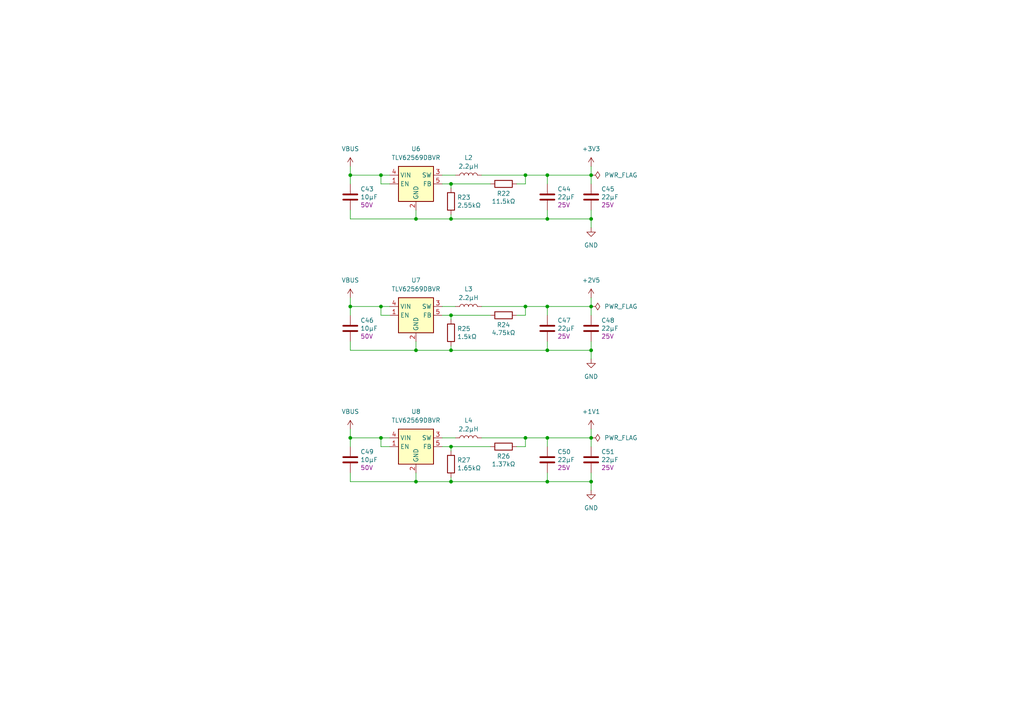
<source format=kicad_sch>
(kicad_sch (version 20250114) (generator "eeschema") (generator_version "9.0")
  (paper "A4")
  (title_block (title "Clavier - Power supplies") (date "2025-06-01") (rev "1.0") (company "Copyright (c) 2025 L. Sartory") (comment 1 "SPDX-License-Identifier: CERN-OHL-P-2.0"))
  (lib_symbols
    (symbol "Device:C" (pin_numbers (hide yes)) (pin_names (offset 0.254))
      (property "Reference" "C" (at 0.635 2.54 0))
      (property "Value" "C" (at 0.635 -2.54 0))
      (symbol "C_0_1"
        (polyline (pts (xy -2.032 0.762) (xy 2.032 0.762)) (stroke (width 0.508)))
        (polyline (pts (xy -2.032 -0.762) (xy 2.032 -0.762)) (stroke (width 0.508)))
      )
      (symbol "C_1_1"
        (pin passive line (at 0 3.81 270) (length 2.794) (name "~") (number "1"))
        (pin passive line (at 0 -3.81 90) (length 2.794) (name "~") (number "2"))
      )
    )
    (symbol "Device:L" (pin_numbers (hide yes)) (pin_names (offset 1.016) (hide yes))
      (property "Reference" "L" (at -1.27 0 90))
      (property "Value" "L" (at 1.905 0 90))
      (symbol "L_0_1"
        (arc (start 0 2.54) (mid 0.6323 1.905) (end 0 1.27))
        (arc (start 0 1.27) (mid 0.6323 0.635) (end 0 0))
        (arc (start 0 0) (mid 0.6323 -0.635) (end 0 -1.27))
        (arc (start 0 -1.27) (mid 0.6323 -1.905) (end 0 -2.54))
      )
      (symbol "L_1_1"
        (pin passive line (at 0 3.81 270) (length 1.27) (name "1") (number "1"))
        (pin passive line (at 0 -3.81 90) (length 1.27) (name "2") (number "2"))
      )
    )
    (symbol "Device:R" (pin_numbers (hide yes)) (pin_names (offset 0))
      (property "Reference" "R" (at 2.032 0 90))
      (property "Value" "R" (at 0 0 90))
      (symbol "R_0_1"
        (rectangle (start -1.016 -2.54) (end 1.016 2.54) (stroke (width 0.254)))
      )
      (symbol "R_1_1"
        (pin passive line (at 0 3.81 270) (length 1.27) (name "~") (number "1"))
        (pin passive line (at 0 -3.81 90) (length 1.27) (name "~") (number "2"))
      )
    )
    (symbol "Regulator_Switching:TLV62569DBV"
      (property "Reference" "U" (at -5.08 6.35 0))
      (property "Value" "TLV62569DBV" (at 0 6.35 0))
      (symbol "TLV62569DBV_0_1"
        (rectangle (start -5.08 5.08) (end 5.08 -5.08) (stroke (width 0.254)) (fill (type background)))
      )
      (symbol "TLV62569DBV_1_1"
        (pin power_in line (at -7.62 2.54 0) (length 2.54) (name "VIN") (number "4"))
        (pin input line (at -7.62 0 0) (length 2.54) (name "EN") (number "1"))
        (pin power_in line (at 0 -7.62 90) (length 2.54) (name "GND") (number "2"))
        (pin power_out line (at 7.62 2.54 180) (length 2.54) (name "SW") (number "3"))
        (pin input line (at 7.62 0 180) (length 2.54) (name "FB") (number "5"))
      )
    )
    (symbol "power:+1V1" (power) (pin_numbers (hide yes)) (pin_names (offset 0) (hide yes))
      (property "Value" "+1V1" (at 0 3.556 0))
      (symbol "+1V1_0_1"
        (polyline (pts (xy -0.762 1.27) (xy 0 2.54)))
        (polyline (pts (xy 0 2.54) (xy 0.762 1.27)))
        (polyline (pts (xy 0 0) (xy 0 2.54)))
      )
      (symbol "+1V1_1_1"
        (pin power_in line (at 0 0 90) (length 0) (name "~") (number "1"))
      )
    )
    (symbol "power:+2V5" (power) (pin_numbers (hide yes)) (pin_names (offset 0) (hide yes))
      (property "Value" "+2V5" (at 0 3.556 0))
      (symbol "+2V5_0_1"
        (polyline (pts (xy -0.762 1.27) (xy 0 2.54)))
        (polyline (pts (xy 0 2.54) (xy 0.762 1.27)))
        (polyline (pts (xy 0 0) (xy 0 2.54)))
      )
      (symbol "+2V5_1_1"
        (pin power_in line (at 0 0 90) (length 0) (name "~") (number "1"))
      )
    )
    (symbol "power:+3V3" (power) (pin_numbers (hide yes)) (pin_names (offset 0) (hide yes))
      (property "Value" "+3V3" (at 0 3.556 0))
      (symbol "+3V3_0_1"
        (polyline (pts (xy -0.762 1.27) (xy 0 2.54)))
        (polyline (pts (xy 0 2.54) (xy 0.762 1.27)))
        (polyline (pts (xy 0 0) (xy 0 2.54)))
      )
      (symbol "+3V3_1_1"
        (pin power_in line (at 0 0 90) (length 0) (name "~") (number "1"))
      )
    )
    (symbol "power:GND" (power) (pin_numbers (hide yes)) (pin_names (offset 0) (hide yes))
      (property "Value" "GND" (at 0 -3.81 0))
      (symbol "GND_0_1"
        (polyline (pts (xy 0 0) (xy 0 -1.27) (xy 1.27 -1.27) (xy 0 -2.54) (xy -1.27 -1.27) (xy 0 -1.27)))
      )
      (symbol "GND_1_1"
        (pin power_in line (at 0 0 270) (length 0) (name "~") (number "1"))
      )
    )
    (symbol "power:PWR_FLAG" (power) (pin_numbers (hide yes)) (pin_names (offset 0) (hide yes))
      (property "Value" "PWR_FLAG" (at 0 3.81 0))
      (symbol "PWR_FLAG_0_0"
        (pin power_out line (at 0 0 90) (length 0) (name "~") (number "1"))
      )
      (symbol "PWR_FLAG_0_1"
        (polyline (pts (xy 0 0) (xy 0 1.27) (xy -1.016 1.905) (xy 0 2.54) (xy 1.016 1.905) (xy 0 1.27)))
      )
    )
    (symbol "power:VBUS" (power) (pin_numbers (hide yes)) (pin_names (offset 0) (hide yes))
      (property "Value" "VBUS" (at 0 3.556 0))
      (symbol "VBUS_0_1"
        (polyline (pts (xy -0.762 1.27) (xy 0 2.54)))
        (polyline (pts (xy 0 2.54) (xy 0.762 1.27)))
        (polyline (pts (xy 0 0) (xy 0 2.54)))
      )
      (symbol "VBUS_1_1"
        (pin power_in line (at 0 0 90) (length 0) (name "~") (number "1"))
      )
    )
  )
  (junction (at 120.65 101.6))
  (junction (at 158.75 88.9))
  (junction (at 152.4 127))
  (junction (at 158.75 63.5))
  (junction (at 130.81 91.44))
  (junction (at 158.75 101.6))
  (junction (at 152.4 50.8))
  (junction (at 130.81 63.5))
  (junction (at 130.81 53.34))
  (junction (at 152.4 88.9))
  (junction (at 110.49 127))
  (junction (at 171.45 63.5))
  (junction (at 158.75 50.8))
  (junction (at 130.81 139.7))
  (junction (at 171.45 88.9))
  (junction (at 171.45 127))
  (junction (at 110.49 50.8))
  (junction (at 110.49 88.9))
  (junction (at 171.45 139.7))
  (junction (at 120.65 63.5))
  (junction (at 158.75 127))
  (junction (at 101.6 127))
  (junction (at 130.81 101.6))
  (junction (at 158.75 139.7))
  (junction (at 130.81 129.54))
  (junction (at 101.6 50.8))
  (junction (at 101.6 88.9))
  (junction (at 171.45 50.8))
  (junction (at 171.45 101.6))
  (junction (at 120.65 139.7))
  (wire (pts (xy 130.81 129.54) (xy 130.81 130.81)))
  (wire (pts (xy 128.27 50.8) (xy 132.08 50.8)))
  (wire (pts (xy 130.81 129.54) (xy 142.24 129.54)))
  (wire (pts (xy 101.6 99.06) (xy 101.6 101.6)))
  (wire (pts (xy 158.75 88.9) (xy 171.45 88.9)))
  (wire (pts (xy 120.65 101.6) (xy 130.81 101.6)))
  (wire (pts (xy 130.81 91.44) (xy 130.81 92.71)))
  (wire (pts (xy 171.45 88.9) (xy 171.45 91.44)))
  (wire (pts (xy 158.75 137.16) (xy 158.75 139.7)))
  (wire (pts (xy 110.49 91.44) (xy 110.49 88.9)))
  (wire (pts (xy 158.75 60.96) (xy 158.75 63.5)))
  (wire (pts (xy 149.86 129.54) (xy 152.4 129.54)))
  (wire (pts (xy 152.4 53.34) (xy 152.4 50.8)))
  (wire (pts (xy 152.4 88.9) (xy 158.75 88.9)))
  (wire (pts (xy 130.81 62.23) (xy 130.81 63.5)))
  (wire (pts (xy 101.6 137.16) (xy 101.6 139.7)))
  (wire (pts (xy 120.65 137.16) (xy 120.65 139.7)))
  (wire (pts (xy 171.45 137.16) (xy 171.45 139.7)))
  (wire (pts (xy 120.65 60.96) (xy 120.65 63.5)))
  (wire (pts (xy 113.03 129.54) (xy 110.49 129.54)))
  (wire (pts (xy 113.03 53.34) (xy 110.49 53.34)))
  (wire (pts (xy 120.65 63.5) (xy 130.81 63.5)))
  (wire (pts (xy 171.45 127) (xy 171.45 129.54)))
  (wire (pts (xy 152.4 129.54) (xy 152.4 127)))
  (wire (pts (xy 171.45 48.26) (xy 171.45 50.8)))
  (wire (pts (xy 130.81 101.6) (xy 158.75 101.6)))
  (wire (pts (xy 120.65 99.06) (xy 120.65 101.6)))
  (wire (pts (xy 120.65 139.7) (xy 130.81 139.7)))
  (wire (pts (xy 171.45 50.8) (xy 171.45 53.34)))
  (wire (pts (xy 130.81 139.7) (xy 158.75 139.7)))
  (wire (pts (xy 171.45 60.96) (xy 171.45 63.5)))
  (wire (pts (xy 158.75 50.8) (xy 158.75 53.34)))
  (wire (pts (xy 101.6 101.6) (xy 120.65 101.6)))
  (wire (pts (xy 149.86 53.34) (xy 152.4 53.34)))
  (wire (pts (xy 101.6 60.96) (xy 101.6 63.5)))
  (wire (pts (xy 101.6 48.26) (xy 101.6 50.8)))
  (wire (pts (xy 101.6 50.8) (xy 110.49 50.8)))
  (wire (pts (xy 152.4 50.8) (xy 158.75 50.8)))
  (wire (pts (xy 128.27 88.9) (xy 132.08 88.9)))
  (wire (pts (xy 158.75 139.7) (xy 171.45 139.7)))
  (wire (pts (xy 110.49 127) (xy 113.03 127)))
  (wire (pts (xy 128.27 91.44) (xy 130.81 91.44)))
  (wire (pts (xy 130.81 53.34) (xy 142.24 53.34)))
  (wire (pts (xy 110.49 53.34) (xy 110.49 50.8)))
  (wire (pts (xy 158.75 63.5) (xy 171.45 63.5)))
  (wire (pts (xy 128.27 53.34) (xy 130.81 53.34)))
  (wire (pts (xy 171.45 124.46) (xy 171.45 127)))
  (wire (pts (xy 158.75 99.06) (xy 158.75 101.6)))
  (wire (pts (xy 130.81 63.5) (xy 158.75 63.5)))
  (wire (pts (xy 130.81 91.44) (xy 142.24 91.44)))
  (wire (pts (xy 130.81 138.43) (xy 130.81 139.7)))
  (wire (pts (xy 101.6 127) (xy 101.6 129.54)))
  (wire (pts (xy 128.27 129.54) (xy 130.81 129.54)))
  (wire (pts (xy 171.45 63.5) (xy 171.45 66.04)))
  (wire (pts (xy 101.6 88.9) (xy 110.49 88.9)))
  (wire (pts (xy 158.75 127) (xy 171.45 127)))
  (wire (pts (xy 110.49 88.9) (xy 113.03 88.9)))
  (wire (pts (xy 101.6 139.7) (xy 120.65 139.7)))
  (wire (pts (xy 158.75 50.8) (xy 171.45 50.8)))
  (wire (pts (xy 101.6 127) (xy 110.49 127)))
  (wire (pts (xy 171.45 86.36) (xy 171.45 88.9)))
  (wire (pts (xy 101.6 63.5) (xy 120.65 63.5)))
  (wire (pts (xy 110.49 50.8) (xy 113.03 50.8)))
  (wire (pts (xy 158.75 101.6) (xy 171.45 101.6)))
  (wire (pts (xy 101.6 88.9) (xy 101.6 91.44)))
  (wire (pts (xy 130.81 100.33) (xy 130.81 101.6)))
  (wire (pts (xy 101.6 86.36) (xy 101.6 88.9)))
  (wire (pts (xy 139.7 50.8) (xy 152.4 50.8)))
  (wire (pts (xy 101.6 124.46) (xy 101.6 127)))
  (wire (pts (xy 130.81 53.34) (xy 130.81 54.61)))
  (wire (pts (xy 158.75 127) (xy 158.75 129.54)))
  (wire (pts (xy 113.03 91.44) (xy 110.49 91.44)))
  (wire (pts (xy 101.6 50.8) (xy 101.6 53.34)))
  (wire (pts (xy 139.7 127) (xy 152.4 127)))
  (wire (pts (xy 152.4 127) (xy 158.75 127)))
  (wire (pts (xy 110.49 129.54) (xy 110.49 127)))
  (wire (pts (xy 171.45 101.6) (xy 171.45 104.14)))
  (wire (pts (xy 171.45 99.06) (xy 171.45 101.6)))
  (wire (pts (xy 149.86 91.44) (xy 152.4 91.44)))
  (wire (pts (xy 128.27 127) (xy 132.08 127)))
  (wire (pts (xy 139.7 88.9) (xy 152.4 88.9)))
  (wire (pts (xy 152.4 91.44) (xy 152.4 88.9)))
  (wire (pts (xy 171.45 139.7) (xy 171.45 142.24)))
  (wire (pts (xy 158.75 88.9) (xy 158.75 91.44)))
  (symbol (lib_id "Device:L") (at 135.89 127 90) (unit 1)
    (property "Reference" "L4" (at 135.89 121.92 90))
    (property "Value" "2.2µH" (at 135.89 124.46 90))
    (property "Footprint" "Inductor_SMD:L_1210_3225Metric" (effects (hide yes)))
    (property "Datasheet" "https://www.lcsc.com/datasheet/lcsc_datasheet_2409272301_Murata-Electronics-DFE322520FD-2R2M-P2_C2045365.pdf" (effects (hide yes)))
    (property "Description" "Inductor" (effects (hide yes)))
    (property "LCSC" "C2045365" (effects (hide yes)))
    (property "Part_number" "DFE322520FD-2R2M=P2" (effects (hide yes)))
  )
  (symbol (lib_id "power:GND") (at 171.45 104.14 0) (unit 1)
    (property "Reference" "#PWR074" (effects (hide yes)))
    (property "Value" "GND" (at 171.45 109.22 0))
    (property "Description" "Power symbol creates a global label with name \"GND\" , ground" (effects (hide yes)))
  )
  (symbol (lib_id "Regulator_Switching:TLV62569DBV") (at 120.65 53.34 0) (unit 1)
    (property "Reference" "U6" (at 120.65 43.18 0))
    (property "Value" "TLV62569DBVR" (at 120.65 45.72 0))
    (property "Footprint" "Package_TO_SOT_SMD:SOT-23-5" (effects (hide yes)))
    (property "Datasheet" "http://www.ti.com/lit/ds/symlink/tlv62569.pdf" (effects (hide yes)))
    (property "Description" "High Efficiency Synchronous Buck Converter, Adjustable Output 0.6V-5.5V, 2A, SOT-23-5" (effects (hide yes)))
    (property "LCSC" "C141836" (effects (hide yes)))
    (property "Part_number" "TLV62569DBVR" (effects (hide yes)))
  )
  (symbol (lib_id "power:GND") (at 171.45 66.04 0) (unit 1)
    (property "Reference" "#PWR071" (effects (hide yes)))
    (property "Value" "GND" (at 171.45 71.12 0))
    (property "Description" "Power symbol creates a global label with name \"GND\" , ground" (effects (hide yes)))
  )
  (symbol (lib_id "Device:R") (at 146.05 53.34 270) (unit 1)
    (property "Reference" "R22" (at 146.05 56.134 90))
    (property "Value" "11.5kΩ" (at 146.05 58.42 90))
    (property "Footprint" "Resistor_SMD:R_0402_1005Metric_Pad0.72x0.64mm_HandSolder" (effects (hide yes)))
    (property "Datasheet" "https://www.lcsc.com/datasheet/lcsc_datasheet_2304140030_YAGEO-RC0402FR-0711K5L_C295874.pdf" (effects (hide yes)))
    (property "Part_number" "RC0402FR-0711K5L" (effects (hide yes)))
    (property "LCSC" "C295874" (effects (hide yes)))
  )
  (symbol (lib_id "Regulator_Switching:TLV62569DBV") (at 120.65 91.44 0) (unit 1)
    (property "Reference" "U7" (at 120.65 81.28 0))
    (property "Value" "TLV62569DBVR" (at 120.65 83.82 0))
    (property "Footprint" "Package_TO_SOT_SMD:SOT-23-5" (effects (hide yes)))
    (property "Datasheet" "http://www.ti.com/lit/ds/symlink/tlv62569.pdf" (effects (hide yes)))
    (property "Description" "High Efficiency Synchronous Buck Converter, Adjustable Output 0.6V-5.5V, 2A, SOT-23-5" (effects (hide yes)))
    (property "LCSC" "C141836" (effects (hide yes)))
    (property "Part_number" "TLV62569DBVR" (effects (hide yes)))
  )
  (symbol (lib_id "Device:C") (at 171.45 57.15 0) (unit 1)
    (property "Reference" "C45" (at 174.371 54.8386 0) (effects (justify left)))
    (property "Value" "22µF" (at 174.371 57.15 0) (effects (justify left)))
    (property "Footprint" "Capacitor_SMD:C_0805_2012Metric" (effects (hide yes)))
    (property "Datasheet" "https://www.lcsc.com/datasheet/lcsc_datasheet_2410121552_Murata-Electronics-GRM21BR61E226ME44L_C86816.pdf" (effects (hide yes)))
    (property "Voltage" "25V" (at 174.371 59.4614 0) (effects (justify left)))
    (property "Part_number" "GRM21BR61E226ME44L" (effects (hide yes)))
    (property "LCSC" "C86816" (effects (hide yes)))
  )
  (symbol (lib_id "power:PWR_FLAG") (at 171.45 127 270) (unit 1)
    (property "Reference" "#FLG07" (effects (hide yes)))
    (property "Value" "PWR_FLAG" (at 175.26 126.9999 90) (effects (justify left)))
    (property "Description" "Special symbol for telling ERC where power comes from" (effects (hide yes)))
  )
  (symbol (lib_id "Regulator_Switching:TLV62569DBV") (at 120.65 129.54 0) (unit 1)
    (property "Reference" "U8" (at 120.65 119.38 0))
    (property "Value" "TLV62569DBVR" (at 120.65 121.92 0))
    (property "Footprint" "Package_TO_SOT_SMD:SOT-23-5" (effects (hide yes)))
    (property "Datasheet" "http://www.ti.com/lit/ds/symlink/tlv62569.pdf" (effects (hide yes)))
    (property "Description" "High Efficiency Synchronous Buck Converter, Adjustable Output 0.6V-5.5V, 2A, SOT-23-5" (effects (hide yes)))
    (property "LCSC" "C141836" (effects (hide yes)))
    (property "Part_number" "TLV62569DBVR" (effects (hide yes)))
  )
  (symbol (lib_id "Device:C") (at 158.75 95.25 0) (unit 1)
    (property "Reference" "C47" (at 161.671 92.9386 0) (effects (justify left)))
    (property "Value" "22µF" (at 161.671 95.25 0) (effects (justify left)))
    (property "Footprint" "Capacitor_SMD:C_0805_2012Metric" (effects (hide yes)))
    (property "Datasheet" "https://www.lcsc.com/datasheet/lcsc_datasheet_2410121552_Murata-Electronics-GRM21BR61E226ME44L_C86816.pdf" (effects (hide yes)))
    (property "Voltage" "25V" (at 161.671 97.5614 0) (effects (justify left)))
    (property "Part_number" "GRM21BR61E226ME44L" (effects (hide yes)))
    (property "LCSC" "C86816" (effects (hide yes)))
  )
  (symbol (lib_id "power:VBUS") (at 101.6 124.46 0) (unit 1)
    (property "Reference" "#PWR075" (effects (hide yes)))
    (property "Value" "VBUS" (at 101.6 119.38 0))
    (property "Description" "Power symbol creates a global label with name \"VBUS\"" (effects (hide yes)))
  )
  (symbol (lib_id "Device:C") (at 101.6 57.15 0) (unit 1)
    (property "Reference" "C43" (at 104.521 54.8386 0) (effects (justify left)))
    (property "Value" "10µF" (at 104.521 57.15 0) (effects (justify left)))
    (property "Footprint" "Capacitor_SMD:C_0805_2012Metric" (effects (hide yes)))
    (property "Datasheet" "https://www.lcsc.com/datasheet/lcsc_datasheet_2411041759_Murata-Electronics-GRM21BR61H106KE43L_C440198.pdf" (effects (hide yes)))
    (property "Voltage" "50V" (at 104.521 59.4614 0) (effects (justify left)))
    (property "Part_number" "GRM21BR61H106KE43L" (effects (hide yes)))
    (property "LCSC" "C440198" (effects (hide yes)))
  )
  (symbol (lib_id "power:GND") (at 171.45 142.24 0) (unit 1)
    (property "Reference" "#PWR077" (effects (hide yes)))
    (property "Value" "GND" (at 171.45 147.32 0))
    (property "Description" "Power symbol creates a global label with name \"GND\" , ground" (effects (hide yes)))
  )
  (symbol (lib_id "power:VBUS") (at 101.6 48.26 0) (unit 1)
    (property "Reference" "#PWR069" (effects (hide yes)))
    (property "Value" "VBUS" (at 101.6 43.18 0))
    (property "Description" "Power symbol creates a global label with name \"VBUS\"" (effects (hide yes)))
  )
  (symbol (lib_id "Device:R") (at 146.05 91.44 270) (unit 1)
    (property "Reference" "R24" (at 146.05 94.234 90))
    (property "Value" "4.75kΩ" (at 146.05 96.52 90))
    (property "Footprint" "Resistor_SMD:R_0402_1005Metric_Pad0.72x0.64mm_HandSolder" (effects (hide yes)))
    (property "Datasheet" "https://www.lcsc.com/datasheet/lcsc_datasheet_2304140030_YAGEO-RC0402FR-074K75L_C137966.pdf" (effects (hide yes)))
    (property "Part_number" "RC0402FR-074K75L" (effects (hide yes)))
    (property "LCSC" "C137966" (effects (hide yes)))
  )
  (symbol (lib_id "Device:R") (at 146.05 129.54 270) (unit 1)
    (property "Reference" "R26" (at 146.05 132.334 90))
    (property "Value" "1.37kΩ" (at 146.05 134.62 90))
    (property "Footprint" "Resistor_SMD:R_0402_1005Metric_Pad0.72x0.64mm_HandSolder" (effects (hide yes)))
    (property "Datasheet" "https://www.lcsc.com/datasheet/lcsc_datasheet_2409292104_YAGEO-RT0402CRE071K37L_C705664.pdf" (effects (hide yes)))
    (property "Part_number" "RT0402CRE071K37L" (effects (hide yes)))
    (property "LCSC" "C705664" (effects (hide yes)))
  )
  (symbol (lib_id "power:VBUS") (at 101.6 86.36 0) (unit 1)
    (property "Reference" "#PWR072" (effects (hide yes)))
    (property "Value" "VBUS" (at 101.6 81.28 0))
    (property "Description" "Power symbol creates a global label with name \"VBUS\"" (effects (hide yes)))
  )
  (symbol (lib_id "Device:R") (at 130.81 96.52 0) (unit 1)
    (property "Reference" "R25" (at 132.588 95.3516 0) (effects (justify left)))
    (property "Value" "1.5kΩ" (at 132.588 97.663 0) (effects (justify left)))
    (property "Footprint" "Resistor_SMD:R_0402_1005Metric_Pad0.72x0.64mm_HandSolder" (effects (hide yes)))
    (property "Datasheet" "https://www.lcsc.com/datasheet/lcsc_datasheet_2304140030_YAGEO-RC0402FR-071K5L_C114759.pdf" (effects (hide yes)))
    (property "Part_number" "RC0402FR-071K5L" (effects (hide yes)))
    (property "LCSC" "C114759" (effects (hide yes)))
  )
  (symbol (lib_id "power:PWR_FLAG") (at 171.45 88.9 270) (unit 1)
    (property "Reference" "#FLG06" (effects (hide yes)))
    (property "Value" "PWR_FLAG" (at 175.26 88.8999 90) (effects (justify left)))
    (property "Description" "Special symbol for telling ERC where power comes from" (effects (hide yes)))
  )
  (symbol (lib_id "Device:C") (at 171.45 133.35 0) (unit 1)
    (property "Reference" "C51" (at 174.371 131.0386 0) (effects (justify left)))
    (property "Value" "22µF" (at 174.371 133.35 0) (effects (justify left)))
    (property "Footprint" "Capacitor_SMD:C_0805_2012Metric" (effects (hide yes)))
    (property "Datasheet" "https://www.lcsc.com/datasheet/lcsc_datasheet_2410121552_Murata-Electronics-GRM21BR61E226ME44L_C86816.pdf" (effects (hide yes)))
    (property "Voltage" "25V" (at 174.371 135.6614 0) (effects (justify left)))
    (property "Part_number" "GRM21BR61E226ME44L" (effects (hide yes)))
    (property "LCSC" "C86816" (effects (hide yes)))
  )
  (symbol (lib_id "power:+3V3") (at 171.45 48.26 0) (mirror y) (unit 1)
    (property "Reference" "#PWR070" (effects (hide yes)))
    (property "Value" "+3V3" (at 171.45 43.18 0))
    (property "Description" "Power symbol creates a global label with name \"+3V3\"" (effects (hide yes)))
  )
  (symbol (lib_id "Device:C") (at 158.75 133.35 0) (unit 1)
    (property "Reference" "C50" (at 161.671 131.0386 0) (effects (justify left)))
    (property "Value" "22µF" (at 161.671 133.35 0) (effects (justify left)))
    (property "Footprint" "Capacitor_SMD:C_0805_2012Metric" (effects (hide yes)))
    (property "Datasheet" "https://www.lcsc.com/datasheet/lcsc_datasheet_2410121552_Murata-Electronics-GRM21BR61E226ME44L_C86816.pdf" (effects (hide yes)))
    (property "Voltage" "25V" (at 161.671 135.6614 0) (effects (justify left)))
    (property "Part_number" "GRM21BR61E226ME44L" (effects (hide yes)))
    (property "LCSC" "C86816" (effects (hide yes)))
  )
  (symbol (lib_id "Device:L") (at 135.89 50.8 90) (unit 1)
    (property "Reference" "L2" (at 135.89 45.72 90))
    (property "Value" "2.2µH" (at 135.89 48.26 90))
    (property "Footprint" "Inductor_SMD:L_1210_3225Metric" (effects (hide yes)))
    (property "Datasheet" "https://www.lcsc.com/datasheet/lcsc_datasheet_2409272301_Murata-Electronics-DFE322520FD-2R2M-P2_C2045365.pdf" (effects (hide yes)))
    (property "Description" "Inductor" (effects (hide yes)))
    (property "LCSC" "C2045365" (effects (hide yes)))
    (property "Part_number" "DFE322520FD-2R2M=P2" (effects (hide yes)))
  )
  (symbol (lib_id "power:+1V1") (at 171.45 124.46 0) (unit 1)
    (property "Reference" "#PWR076" (effects (hide yes)))
    (property "Value" "+1V1" (at 171.45 119.38 0))
    (property "Description" "Power symbol creates a global label with name \"+1V1\"" (effects (hide yes)))
  )
  (symbol (lib_id "Device:C") (at 158.75 57.15 0) (unit 1)
    (property "Reference" "C44" (at 161.671 54.8386 0) (effects (justify left)))
    (property "Value" "22µF" (at 161.671 57.15 0) (effects (justify left)))
    (property "Footprint" "Capacitor_SMD:C_0805_2012Metric" (effects (hide yes)))
    (property "Datasheet" "https://www.lcsc.com/datasheet/lcsc_datasheet_2410121552_Murata-Electronics-GRM21BR61E226ME44L_C86816.pdf" (effects (hide yes)))
    (property "Voltage" "25V" (at 161.671 59.4614 0) (effects (justify left)))
    (property "Part_number" "GRM21BR61E226ME44L" (effects (hide yes)))
    (property "LCSC" "C86816" (effects (hide yes)))
  )
  (symbol (lib_id "Device:R") (at 130.81 134.62 0) (unit 1)
    (property "Reference" "R27" (at 132.588 133.4516 0) (effects (justify left)))
    (property "Value" "1.65kΩ" (at 132.588 135.763 0) (effects (justify left)))
    (property "Footprint" "Resistor_SMD:R_0402_1005Metric_Pad0.72x0.64mm_HandSolder" (effects (hide yes)))
    (property "Datasheet" "https://www.lcsc.com/datasheet/lcsc_datasheet_2210190401_YAGEO-RT0402BRD071K65L_C852615.pdf" (effects (hide yes)))
    (property "Part_number" "RT0402BRD071K65L" (effects (hide yes)))
    (property "LCSC" "C852615" (effects (hide yes)))
  )
  (symbol (lib_id "Device:R") (at 130.81 58.42 0) (unit 1)
    (property "Reference" "R23" (at 132.588 57.2516 0) (effects (justify left)))
    (property "Value" "2.55kΩ" (at 132.588 59.563 0) (effects (justify left)))
    (property "Footprint" "Resistor_SMD:R_0402_1005Metric_Pad0.72x0.64mm_HandSolder" (effects (hide yes)))
    (property "Datasheet" "https://www.lcsc.com/datasheet/lcsc_datasheet_2304140030_YAGEO-RC0402FR-072K55L_C185431.pdf" (effects (hide yes)))
    (property "Part_number" "RC0402FR-072K55L" (effects (hide yes)))
    (property "LCSC" "C185431" (effects (hide yes)))
  )
  (symbol (lib_id "Device:C") (at 101.6 133.35 0) (unit 1)
    (property "Reference" "C49" (at 104.521 131.0386 0) (effects (justify left)))
    (property "Value" "10µF" (at 104.521 133.35 0) (effects (justify left)))
    (property "Footprint" "Capacitor_SMD:C_0805_2012Metric" (effects (hide yes)))
    (property "Datasheet" "https://www.lcsc.com/datasheet/lcsc_datasheet_2411041759_Murata-Electronics-GRM21BR61H106KE43L_C440198.pdf" (effects (hide yes)))
    (property "Voltage" "50V" (at 104.521 135.6614 0) (effects (justify left)))
    (property "Part_number" "GRM21BR61H106KE43L" (effects (hide yes)))
    (property "LCSC" "C440198" (effects (hide yes)))
  )
  (symbol (lib_id "Device:L") (at 135.89 88.9 90) (unit 1)
    (property "Reference" "L3" (at 135.89 83.82 90))
    (property "Value" "2.2µH" (at 135.89 86.36 90))
    (property "Footprint" "Inductor_SMD:L_1210_3225Metric" (effects (hide yes)))
    (property "Datasheet" "https://www.lcsc.com/datasheet/lcsc_datasheet_2409272301_Murata-Electronics-DFE322520FD-2R2M-P2_C2045365.pdf" (effects (hide yes)))
    (property "Description" "Inductor" (effects (hide yes)))
    (property "LCSC" "C2045365" (effects (hide yes)))
    (property "Part_number" "DFE322520FD-2R2M=P2" (effects (hide yes)))
  )
  (symbol (lib_id "Device:C") (at 101.6 95.25 0) (unit 1)
    (property "Reference" "C46" (at 104.521 92.9386 0) (effects (justify left)))
    (property "Value" "10µF" (at 104.521 95.25 0) (effects (justify left)))
    (property "Footprint" "Capacitor_SMD:C_0805_2012Metric" (effects (hide yes)))
    (property "Datasheet" "https://www.lcsc.com/datasheet/lcsc_datasheet_2411041759_Murata-Electronics-GRM21BR61H106KE43L_C440198.pdf" (effects (hide yes)))
    (property "Voltage" "50V" (at 104.521 97.5614 0) (effects (justify left)))
    (property "Part_number" "GRM21BR61H106KE43L" (effects (hide yes)))
    (property "LCSC" "C440198" (effects (hide yes)))
  )
  (symbol (lib_id "power:+2V5") (at 171.45 86.36 0) (unit 1)
    (property "Reference" "#PWR073" (effects (hide yes)))
    (property "Value" "+2V5" (at 171.45 81.28 0))
    (property "Description" "Power symbol creates a global label with name \"+2V5\"" (effects (hide yes)))
  )
  (symbol (lib_id "Device:C") (at 171.45 95.25 0) (unit 1)
    (property "Reference" "C48" (at 174.371 92.9386 0) (effects (justify left)))
    (property "Value" "22µF" (at 174.371 95.25 0) (effects (justify left)))
    (property "Footprint" "Capacitor_SMD:C_0805_2012Metric" (effects (hide yes)))
    (property "Datasheet" "https://www.lcsc.com/datasheet/lcsc_datasheet_2410121552_Murata-Electronics-GRM21BR61E226ME44L_C86816.pdf" (effects (hide yes)))
    (property "Voltage" "25V" (at 174.371 97.5614 0) (effects (justify left)))
    (property "Part_number" "GRM21BR61E226ME44L" (effects (hide yes)))
    (property "LCSC" "C86816" (effects (hide yes)))
  )
  (symbol (lib_id "power:PWR_FLAG") (at 171.45 50.8 270) (unit 1)
    (property "Reference" "#FLG05" (effects (hide yes)))
    (property "Value" "PWR_FLAG" (at 175.26 50.7999 90) (effects (justify left)))
    (property "Description" "Special symbol for telling ERC where power comes from" (effects (hide yes)))
  )
)
</source>
